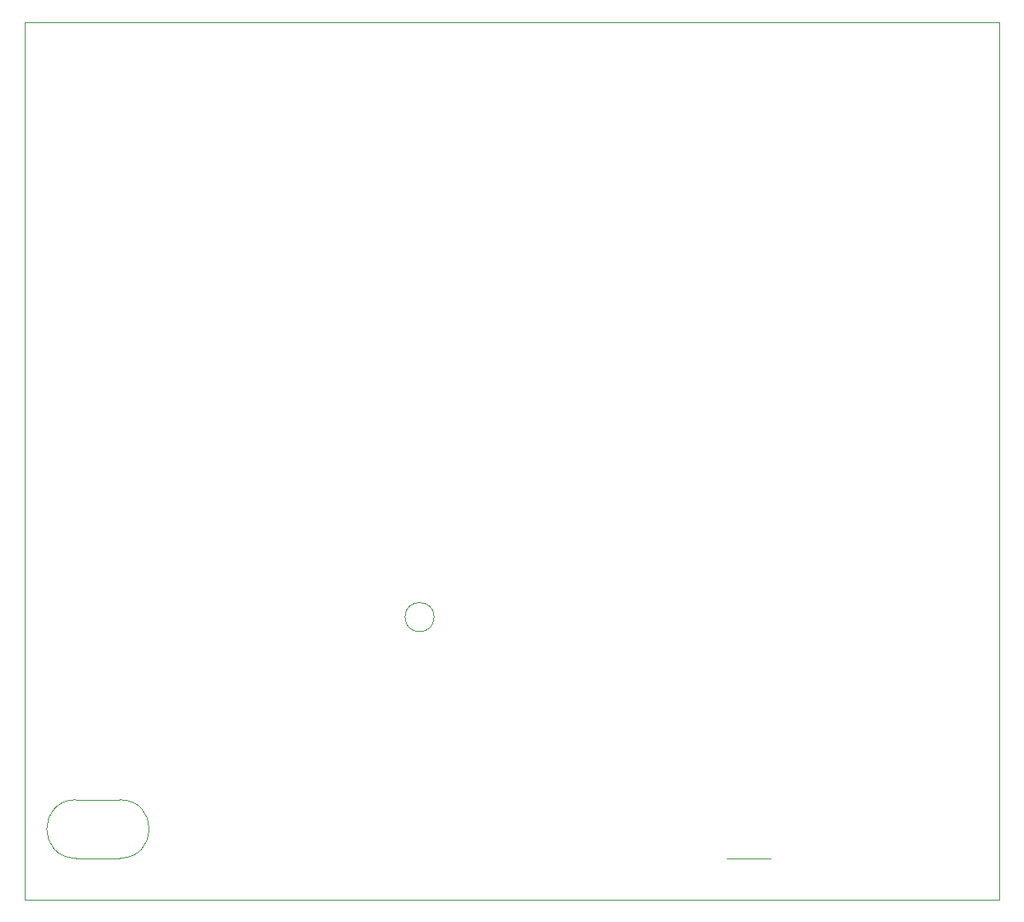
<source format=gbr>
%TF.GenerationSoftware,KiCad,Pcbnew,7.0.10*%
%TF.CreationDate,2024-02-26T10:06:05+01:00*%
%TF.ProjectId,Legacy-LedPanel-HAT,4c656761-6379-42d4-9c65-6450616e656c,rev?*%
%TF.SameCoordinates,Original*%
%TF.FileFunction,Profile,NP*%
%FSLAX46Y46*%
G04 Gerber Fmt 4.6, Leading zero omitted, Abs format (unit mm)*
G04 Created by KiCad (PCBNEW 7.0.10) date 2024-02-26 10:06:05*
%MOMM*%
%LPD*%
G01*
G04 APERTURE LIST*
%TA.AperFunction,Profile*%
%ADD10C,0.100000*%
%TD*%
G04 APERTURE END LIST*
D10*
X121820000Y-145650000D02*
X126320000Y-145650000D01*
X59570000Y-145650000D02*
G75*
G03*
X59570000Y-139650000I0J3000000D01*
G01*
X55070000Y-139650000D02*
X59570000Y-139650000D01*
X55070000Y-139650000D02*
G75*
G03*
X55070000Y-145650000I0J-3000000D01*
G01*
X59570000Y-145650000D02*
X55070000Y-145650000D01*
X49820000Y-59850000D02*
X149820000Y-59850000D01*
X149820000Y-149900000D01*
X49820000Y-149900000D01*
X49820000Y-59850000D01*
X91820000Y-120900000D02*
G75*
G03*
X88820000Y-120900000I-1500000J0D01*
G01*
X88820000Y-120900000D02*
G75*
G03*
X91820000Y-120900000I1500000J0D01*
G01*
M02*

</source>
